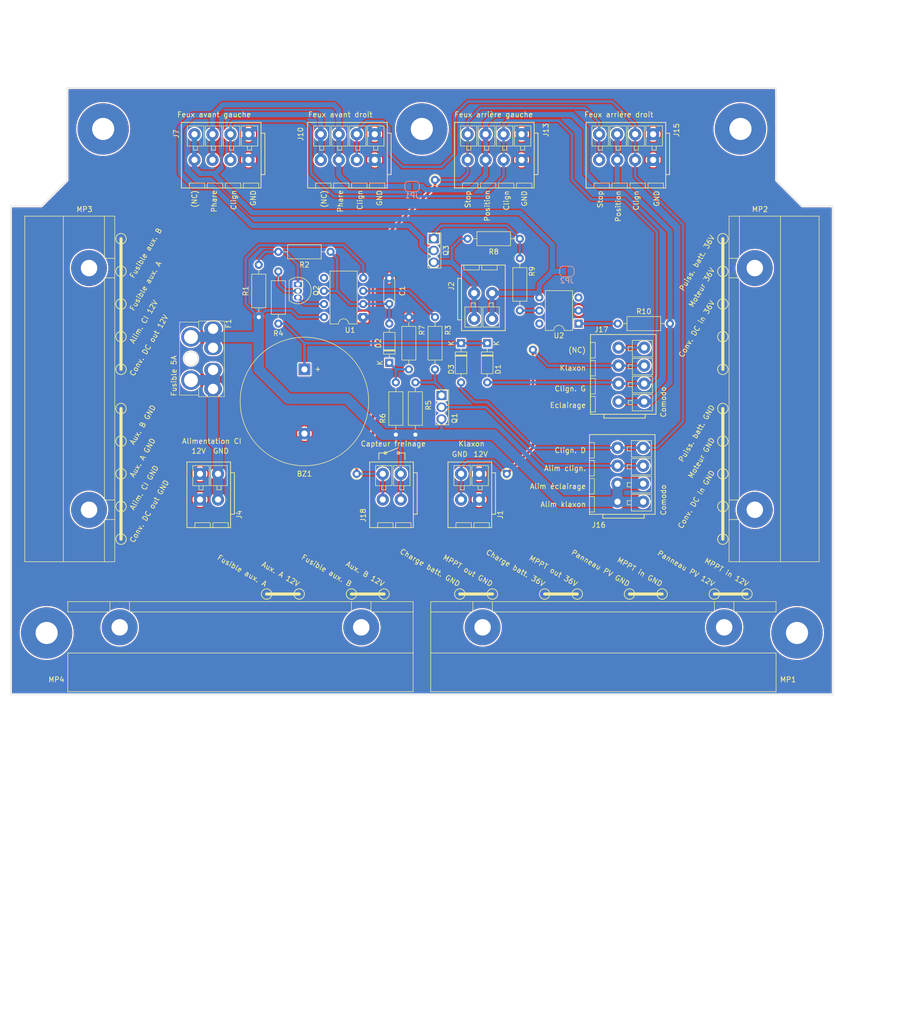
<source format=kicad_pcb>
(kicad_pcb (version 20211014) (generator pcbnew)

  (general
    (thickness 1.6)
  )

  (paper "A4")
  (layers
    (0 "F.Cu" signal)
    (31 "B.Cu" signal)
    (32 "B.Adhes" user "B.Adhesive")
    (33 "F.Adhes" user "F.Adhesive")
    (34 "B.Paste" user)
    (35 "F.Paste" user)
    (36 "B.SilkS" user "B.Silkscreen")
    (37 "F.SilkS" user "F.Silkscreen")
    (38 "B.Mask" user)
    (39 "F.Mask" user)
    (40 "Dwgs.User" user "User.Drawings")
    (41 "Cmts.User" user "User.Comments")
    (42 "Eco1.User" user "User.Eco1")
    (43 "Eco2.User" user "User.Eco2")
    (44 "Edge.Cuts" user)
    (45 "Margin" user)
    (46 "B.CrtYd" user "B.Courtyard")
    (47 "F.CrtYd" user "F.Courtyard")
    (48 "B.Fab" user)
    (49 "F.Fab" user)
    (50 "User.1" user)
    (51 "User.2" user)
    (52 "User.3" user)
    (53 "User.4" user)
    (54 "User.5" user)
    (55 "User.6" user)
    (56 "User.7" user)
    (57 "User.8" user)
    (58 "User.9" user)
  )

  (setup
    (stackup
      (layer "F.SilkS" (type "Top Silk Screen"))
      (layer "F.Paste" (type "Top Solder Paste"))
      (layer "F.Mask" (type "Top Solder Mask") (thickness 0.01))
      (layer "F.Cu" (type "copper") (thickness 0.035))
      (layer "dielectric 1" (type "core") (thickness 1.51) (material "FR4") (epsilon_r 4.5) (loss_tangent 0.02))
      (layer "B.Cu" (type "copper") (thickness 0.035))
      (layer "B.Mask" (type "Bottom Solder Mask") (thickness 0.01))
      (layer "B.Paste" (type "Bottom Solder Paste"))
      (layer "B.SilkS" (type "Bottom Silk Screen"))
      (copper_finish "None")
      (dielectric_constraints no)
    )
    (pad_to_mask_clearance 0)
    (pcbplotparams
      (layerselection 0x00010e0_ffffffff)
      (disableapertmacros false)
      (usegerberextensions false)
      (usegerberattributes true)
      (usegerberadvancedattributes true)
      (creategerberjobfile true)
      (svguseinch false)
      (svgprecision 6)
      (excludeedgelayer true)
      (plotframeref false)
      (viasonmask false)
      (mode 1)
      (useauxorigin false)
      (hpglpennumber 1)
      (hpglpenspeed 20)
      (hpglpendiameter 15.000000)
      (dxfpolygonmode true)
      (dxfimperialunits true)
      (dxfusepcbnewfont true)
      (psnegative false)
      (psa4output false)
      (plotreference true)
      (plotvalue true)
      (plotinvisibletext false)
      (sketchpadsonfab false)
      (subtractmaskfromsilk false)
      (outputformat 1)
      (mirror false)
      (drillshape 0)
      (scaleselection 1)
      (outputdirectory "")
    )
  )

  (net 0 "")
  (net 1 "GND")
  (net 2 "Net-(F1-Pad2)")
  (net 3 "Net-(D1-Pad2)")
  (net 4 "Net-(D3-Pad2)")
  (net 5 "/Phares")
  (net 6 "Net-(J13-Pad4)")
  (net 7 "Net-(J1-Pad2)")
  (net 8 "/Flasher/Out")
  (net 9 "unconnected-(J17-Pad4)")
  (net 10 "/12V_5A")
  (net 11 "Net-(Q1-Pad1)")
  (net 12 "Net-(C1-Pad1)")
  (net 13 "Net-(Q2-Pad1)")
  (net 14 "unconnected-(U1-Pad5)")
  (net 15 "Net-(Q2-Pad2)")
  (net 16 "/Flasher/Enable")
  (net 17 "Net-(Q2-Pad3)")
  (net 18 "Net-(R3-Pad1)")
  (net 19 "Net-(D2-Pad1)")
  (net 20 "Net-(J2-Pad1)")
  (net 21 "Net-(J10-Pad4)")
  (net 22 "Net-(J10-Pad3)")
  (net 23 "Net-(Q3-Pad1)")
  (net 24 "Net-(R9-Pad2)")
  (net 25 "Net-(R10-Pad1)")
  (net 26 "unconnected-(U2-Pad3)")
  (net 27 "unconnected-(U2-Pad6)")

  (footprint "circuit:Wago_221-500_SplicingConnectorHolder" (layer "F.Cu") (at 95.25 82.55 90))

  (footprint "circuit:MountingHole_5mm" (layer "F.Cu") (at 87 130))

  (footprint "circuit:Buzzer_25x16_12.5" (layer "F.Cu") (at 137.16 78.74 -90))

  (footprint "circuit:Wago_221-500_SplicingConnectorHolder" (layer "F.Cu") (at 124.714 128.905 180))

  (footprint "circuit:Generic_FuseHolder_MINI" (layer "F.Cu") (at 119.38 70.85 -90))

  (footprint "Resistor_THT:R_Axial_DIN0207_L6.3mm_D2.5mm_P10.16mm_Horizontal" (layer "F.Cu") (at 168.91 53.34))

  (footprint "circuit:TerminalBlock_Wago_2601-3102_1x02_P3.50mm_Vertical" (layer "F.Cu") (at 120.340003 104.06 180))

  (footprint "Resistor_THT:R_Axial_DIN0207_L6.3mm_D2.5mm_P10.16mm_Horizontal" (layer "F.Cu") (at 162.56 68.58 -90))

  (footprint "circuit:MountingHole_5mm" (layer "F.Cu") (at 98 32))

  (footprint "circuit:TerminalBlock_Wago_2601-3104_1x04_P3.50mm_Vertical" (layer "F.Cu") (at 179.410004 38.02 180))

  (footprint "Package_DIP:DIP-8_W7.62mm" (layer "F.Cu") (at 148.59 68.58 180))

  (footprint "circuit:Strap_D2.0mm_Drill1.0mm" (layer "F.Cu") (at 176.53 99.06))

  (footprint "circuit:TerminalBlock_Wago_2601-3104_1x04_P3.50mm_Vertical" (layer "F.Cu") (at 205.010004 38.02 180))

  (footprint "Resistor_THT:R_Axial_DIN0207_L6.3mm_D2.5mm_P10.16mm_Horizontal" (layer "F.Cu") (at 179.07 57.15 -90))

  (footprint "circuit:MountingHole_5mm" (layer "F.Cu") (at 222 32))

  (footprint "Diode_THT:D_DO-35_SOD27_P7.62mm_Horizontal" (layer "F.Cu") (at 172.72 73.66 -90))

  (footprint "Resistor_THT:R_Axial_DIN0207_L6.3mm_D2.5mm_P10.16mm_Horizontal" (layer "F.Cu") (at 198.12 69.85))

  (footprint "circuit:TO-92L_Inline" (layer "F.Cu") (at 135.89 62.23 -90))

  (footprint "circuit:TerminalBlock_Wago_2601-3104_1x04_P3.50mm_Vertical" (layer "F.Cu") (at 126.270004 38.02 180))

  (footprint "circuit:TO-251-3_Vertical" (layer "F.Cu") (at 162.32 53.34 -90))

  (footprint "Resistor_THT:R_Axial_DIN0207_L6.3mm_D2.5mm_P10.16mm_Horizontal" (layer "F.Cu") (at 157.48 78.74 90))

  (footprint "circuit:TerminalBlock_Wago_2601-3104_1x04_P3.50mm_Vertical" (layer "F.Cu") (at 198.07 104.480004 90))

  (footprint "Resistor_THT:R_Axial_DIN0207_L6.3mm_D2.5mm_P10.16mm_Horizontal" (layer "F.Cu") (at 158.75 91.44 90))

  (footprint "circuit:Wago_221-500_SplicingConnectorHolder" (layer "F.Cu") (at 224.79 82.55 -90))

  (footprint "Resistor_THT:R_Axial_DIN0207_L6.3mm_D2.5mm_P10.16mm_Horizontal" (layer "F.Cu") (at 132.08 59.69 -90))

  (footprint "circuit:MountingHole_5mm" (layer "F.Cu") (at 160 32))

  (footprint "Resistor_THT:R_Axial_DIN0207_L6.3mm_D2.5mm_P10.16mm_Horizontal" (layer "F.Cu") (at 154.94 91.44 90))

  (footprint "circuit:Strap_D2.0mm_Drill1.0mm" (layer "F.Cu") (at 147.32 99.06))

  (footprint "Resistor_THT:R_Axial_DIN0207_L6.3mm_D2.5mm_P10.16mm_Horizontal" (layer "F.Cu") (at 128.27 68.58 90))

  (footprint "Resistor_THT:R_Axial_DIN0207_L6.3mm_D2.5mm_P10.16mm_Horizontal" (layer "F.Cu") (at 132.08 55.88))

  (footprint "circuit:Strap_D2.0mm_Drill1.0mm" (layer "F.Cu") (at 181.61 74.93))

  (footprint "Package_DIP:DIP-6_W7.62mm" (layer "F.Cu") (at 190.49 69.85 180))

  (footprint "Capacitor_THT:C_Disc_D4.3mm_W1.9mm_P5.00mm" (layer "F.Cu") (at 153.67 66 90))

  (footprint "circuit:Strap_D2.0mm_Drill1.0mm" (layer "F.Cu") (at 162.56 41.91))

  (footprint "circuit:TerminalBlock_Wago_2601-3102_1x02_P3.50mm_Vertical" (layer "F.Cu") (at 170.18 63.9199))

  (footprint "Diode_THT:D_DO-35_SOD27_P7.62mm_Horizontal" (layer "F.Cu") (at 167.64 73.66 -90))

  (footprint "circuit:TerminalBlock_Wago_2601-3102_1x02_P3.50mm_Vertical" (layer "F.Cu") (at 171.140003 104.06 180))

  (footprint "circuit:Wago_221-500_SplicingConnectorHolder" (layer "F.Cu") (at 195.326 128.905 180))

  (footprint "circuit:TerminalBlock_Wago_2601-3102_1x02_P3.50mm_Vertical" (layer "F.Cu") (at 155.900003 104.06 180))

  (footprint "circuit:TerminalBlock_Wago_2601-3104_1x04_P3.50mm_Vertical" (layer "F.Cu")
    (tedit 67E5B593) (tstamp f0bb7a02-0e1b-4bf1-a79e-b4feecadb0c8)
    (at 198.2698 85.014998 90)
    (tags "Wago 2601-3104")
    (property "Sheetfile" "circuit.kicad_sch")
    (property "Sheetname" "")
    (path "/90f52f81-ab5d-4820-9fad-61f0087c4bbf")
    (attr through_hole)
    (fp_text reference "J17" (at 14.014998 -4.7698 unlocked) (layer "F.SilkS")
      (effects (font (size 1 1) (thickness 0.15)) (justify left))
      (tstamp 00f6a67c-a032-469e-9560-b139d4e1b4a7)
    )
    (fp_text value "Conn_Comodo_B" (at 4.925002 -2.9599 90 unlocked) (layer "F.Fab")
      (effects (font (size 1 1) (thickness 0.15)))
      (tstamp 4d65018e-4d1b-43c4-a8bd-5faea86df2b4)
    )
    (fp_text user "${REFERENCE}" (at -2.5 -3.5 90 unlocked) (layer "F.Fab")
      (effects (font (size 1 1) (thickness 0.15)) (justify left))
      (tstamp 382ce14f-0b78-4c2d-9fe1-67023cc607e4)
    )
    (fp_line (start 9.900004 1.9) (end 9.900004 2.7) (layer "F.SilkS") (width 0.12) (tstamp 0f81970b-f55e-4039-a8ff-40c0a07bab88))
    (fp_line (start -2.449998 -2.849999) (end -3.199999 -2.849999) (layer "F.SilkS") (width 0.1524) (tstamp 28449fbe-c83c-4caf-9302-16b9df6b395f))
    (fp_line (start 3.700004 2.7) (end 3.700004 1.9) (layer "F.SilkS") (width 0.12) (tstamp 2dc87334-fd40-4e01-9fef-3fdc57ef4547))
    (fp_line (start 11.500004 -5.5) (end 11.500004 -4.5) (layer "F.SilkS") (width 0.12) (tstamp 2de38d86-7c82-418c-99ca-14d4f0d099d3))
    (fp_line (start 8.700004 2.7) (end 11.900004 2.7) (layer "F.SilkS") (width 0.12) (tstamp 2f670aab-9e89-41fe-876d-bce239efa431))
    (fp_line (start 8.700004 6.6) (end 8.700004 2.7) (layer "F.SilkS") (width 0.12) (tstamp 355967bb-76d7-417b-99f5-a39dd20a6464))
    (fp_line (start 8.000004 -5.5) (end 8.000004 -4.5) (layer "F.SilkS") (width 0.12) (tstamp 3b15cc06-7d3c-4626-808e-cdda2174d896))
    (fp_line (start 7.200004 1.9) (end 6.400004 1.9) (layer "F.SilkS") (width 0.12) (tstamp 3d349242-813e-4b0d-b017-d7c82e86c036))
    (fp_line (start 5.200004 2.7) (end 8.400004 2.7) (layer "F.SilkS") (width 0.12) (tstamp 3f9478d4-122a-4960-956c-35916e723b41))
    (fp_line (start 8.400004 2.7) (end 8.400004 6.6) (layer "F.SilkS") (width 0.12) (tstamp 40305e0e-c9f1-49e6-9a11-38396c5aad44))
    (fp_line (start -2.449998 5.2) (end -3.199999 5.2) (layer "F.SilkS") (width 0.1524) (tstamp 4ca74f24-ecf3-4ff5-afc6-b10ba78ad56b))
    (fp_line (start 8.000004 -4.5) (end 5.000004 -4.5) (layer "F.SilkS") (width 0.12) (tstamp 4e9d9bbb-bb4b-4f71-a57a-a915249deb73))
    (fp_line (start 0.200004 1.9) (end -0.599996 1.9) (layer "F.SilkS") (width 0.12) (tstamp 518648e5-4c77-424a-b965-aef22f525c53))
    (fp_line (start 8.500004 -4.5) (end 8.500004 -5.5) (layer "F.SilkS") (width 0.12) (tstamp 5194aa52-8a01-4b48-9fe0-6f06965993f4))
    (fp_line (start 5.200004 6.6) (end 5.200004 2.7) (layer "F.SilkS") (width 0.12) (tstamp 580bcbef-c9c2-457f-8868-2dffbabb4aea))
    (fp_line (start 1.400004 6.6) (end -1.799996 6.6) (layer "F.SilkS") (width 0.12) (tstamp 67dceaff-b3ab-4673-8804-ffccf009d830))
    (fp_line (start -2.449999 7.300001) (end -2.449999 -5.449999) (layer "F.SilkS") (width 0.1524) (tstamp 6a44edfe-2ae4-4a26-af04-29021170551e))
    (fp_line (start 7.200004 2.7) (end 7.200004 1.9) (layer "F.SilkS") (width 0.12) (tstamp 6bac8064-9e5b-4360-8ae1-29dc97f679dc))
    (fp_line (start 8.400004 6.6) (end 5.200004 6.6) (layer "F.SilkS") (width 0.12) (tstamp 710a512b-7b56-4f7f-bfcb-35465a2e76f9))
    (fp_line (start -1.999996 -4.5) (end -1.999996 -5.5) (layer "F.SilkS") (width 0.12) (tstamp 76d14182-5fab-4f07-b34a-9bc7b5ea7c05))
    (fp_line (start 1.000004 -5.5) (end 1.000004 -4.5) (layer "F.SilkS") (width 0.12) (tstamp 79415c1b-cc22-4b7c-bc05-fd9d3e052059))
    (fp_line (start 11.900004 6.6) (end 8.700004 6.6) (layer "F.SilkS") (width 0.12) (tstamp 7aceb50e-cb67-4afd-9c8c-716237856cce))
    (fp_line (start 1.500004 -4.5) (end 1.500004 -5.5) (layer "F.SilkS") (width 0.12) (tstamp 7dc8afb2-47e3-4136-9ae3-dbe9b5c6384f))
    (fp_line (start 2.900004 1.9) (end 2.900004 2.7) (layer "F.SilkS") (width 0.12) (tstamp 7f0652db-34e0-4fb2-8abe-37eb1d07dc0f))
    (fp_line (start 1.000004 -4.5) (end -1.999996 -4.5) (layer "F.SilkS") (width 0.12) (tstamp 8d059e65-4e84-42b9-8a98-f1a833ba10dc))
    (fp_line (start 10.700004 2.7) (end 10.700004 1.9) (layer "F.SilkS") (width 0.12) (tstamp 91c13ed2-1035-4e8a-b348-26e573bcfce9))
    (fp_line (start 4.500004 -4.5) (end 1.500004 -4.5) (layer "F.SilkS") (width 0.12) (tstamp 922db659-b88c-4732-a911-2b45c05f13fc))
    (fp_line (start 11.500004 -4.5) (end 8.500004 -4.5) (layer "F.SilkS") (width 0.12) (tstamp 94bbdd44-f7f7-4f1f-93b7-2ab019235a58))
    (fp_line (start 4.900004 2.7) (end 4.900004 6.6) (layer "F.SilkS") (width 0.12) (tstamp 9c465d0a-3acf-44e4-926b-a8e6ae8ccd7b))
    (fp_line (start -2.449999 7.300001) (end 13.050002 7.300001) (layer "F.SilkS") (width 0.1524) (tstamp 9c8e37e8-5fb2-4bbf-bf72-b7b396f9cb47))
    (fp_line (start -0.599996 1.9) (end -0.599996 2.7) (layer "F.SilkS") (width 0.12) (tstamp 9f7adb6b-5df9-4d03-b0e6-cbdba04bf2fb))
    (fp_line (start 13.050002 -5.449999) (end 13.050002 7.300001) (layer "F.SilkS") (width 0.1524) (tstamp a02123a2-48d6-42d7-8224-1acec1028ae3))
    (fp_line (start 3.700004 1.9) (end 2.900004 1.9) (layer "F.SilkS") (width 0.12) (tstamp aa519abb-0e99-4d57-a68c-08794f0a2550))
    (fp_line (start 1.400004 2.7) (end 1.400004 6.6) (layer "F.SilkS") (width 0.12) (tstamp ac060b34-f677-47ee-900d-de2d436a0594))
    (fp_line (start -2.449999 -5.449999) (end 13.050002 -5.449999) (layer "F.SilkS") (width 0.1524) (tstamp b3d2b3b2-eee3-4354-96ae-35ebc3a7e3fd))
    (fp_line (start -1.799996 2.7) (end 1.400004 2.7) (layer "F.SilkS") (width 0.12) (tstamp b5439700-fda7-4956-b08c-8949e60f6fe5))
    (fp_line (start 4.900004 6.6) (end 1.700004 6.6) (layer "F.SilkS") (width 0.12) (tstamp bc4499ed-d675-4463-a987-f8cd58a9102c))
    (fp_line (start -1.799996 6.6) (end -1.799996 2.7) (layer "F.SilkS") (width 0.12) (tstamp d026afe8-5538-4de1-aecf-36ce48ac0de0))
    (fp_line (start 0.200004 2.7) (end 0.200004 1.9) (layer "F.SilkS") (width 0.12) (tstamp d3a2aff2-5f28-4465-9188-48602e8e75cc))
    (fp_line (start 5.000004 -4.5) (end 5.000004 -5.5) (layer "F.SilkS") (width 0.12) (tstamp d96154b3-e481-4778-addc-507db9c3272d))
    (fp_line (start 1.700004 2.7) (end 4.900004 2.7) (layer "F.SilkS") (width 0.12) (tstamp e2bdcc34-a8c3-4e8f-a2ac-f5a61abfc6ba))
    (fp_line (start 11.900004 2.7) (end 11.900004 6.6) (layer "F.SilkS") (width 0.12) (tstamp e50054c1-942f-418a-bfd7-d248cd0d4c57))
    (fp_line (start 1.700004 6.6) (end 1.700004 2.7) (layer "F.SilkS") (width 0.12) (tstamp ec0b3062-fec8-4159-b282-3c3e632ad68c))
    (fp_line (start 10.700004 1.9) (end 9.900004 1.9) (layer "F.SilkS") (width 0.12) (tstamp f149694e-4336-45f7-8a0b-aed91118ad18))
    (fp_line (start 4.500004 -5.5) (end 4.500004 -4.5) (layer "F.SilkS") (width 0.12) (tstamp f98a1b91-9aa3-4c7d-9ab6-cc42f1ef1222))
    (fp_line (start -3.199999 5.2) (end -3.199999 -2.849999) (layer "F.SilkS") (width 0.1524) (tstamp fa554101-4328-4c98-9592-c6659e0acd71))
    (fp_line (start 6.400004 1.9) (end 6.400004 2.7) (layer "F.SilkS") (width 0.12) (tstamp fbdeacd2-5f57-493f-956d-539f97abf67b))
    (fp_line (start 13.304002 7.554001) (end 13.304002 -5.703999) (layer "F.CrtYd") (width 0.1524) (tstamp 110e359e-5f88-4430-8754-51124b3f8591))
    (fp_line (start -3.453998 7.554001) (end 13.304002 7.554001) (layer "F.CrtYd") (width 0.1524) (tstamp d80c7616-7cc4-4a44-a28a-538f77882cc1))
    (fp_line (start 13.304002 -5.703999) (end -3.453998 -5.703999) (layer "F.CrtYd") (width 0.1524) (tstamp f6dd3a30-118f-450f-a0e1-e755e60c59b2))
    (fp_line (start -3.453998 -5.703999) (end -3.453998 7.554001) (layer "F.CrtYd") (width 0.1524) (tstamp ffb2a04f-519f-4d64-837d-926b42c94e96))
    (fp_line (start 5.000004 -5.5) (end 8.000004 -5.5) (layer "F.Fab") (width 0.1) (tstamp 037de9aa-a34e-4431-8769-841d7d04060a))
    (fp_line (start 4.500004 -13.5) (end 1.500004 -13.5) (layer "F.Fab") (width 0.1) (tstamp 04c74dd5-f6c8-4c9d-8c28-3b17ac54986b))
    (fp_line (start -1.999996 -5.5) (end 1.000004 -5.5) (layer "F.Fab") (width 0.1) (tstamp 0653ab69-e029-4b96-ac20-3fc5f586df4c))
    (fp_line (start 11.500004 -5.5) (end 11.500004 -13.5) (layer "F.Fab") (width 0.1) (tstamp 18a17eb6-f45e-4c15-bce2-217ce6b1e774))
    (fp_line (start 4.500004 -5.5) (end 4.500004 -13.5) (layer "F.Fab") (width 0.1) (tstamp 264d62b2-4dce-43cb-8ed6-cc9704332239))
    (fp_line (start 8.000004 -13.5) (end 5.000004 -13.5) (layer "F.Fab") (width 0.1) (tstamp 2af80b09-e4ec-4fbf-9a6a-889b6439a0cb))
    (fp_line (start 8.000004 -5.5) (end 8.000004 -13.5) (layer "F.Fab") (width 0.1) (tstamp 2c831197-3673-4a55-945e-4f3263f57df0))
    (fp_line (start 1.500004 -13.5) (end 1.500004 -5.5) (layer "F.Fab") (width 0.1) (tstamp 2f4248fc-bac1-4746-8fce-b7d7e338527c))
    (fp_line (start -3.199999 5.2) (end -3.199999 -2.849999) (layer "F.Fab") (width 0.0254) (tstamp 5d335cde-5d82-409a-94b4-460411cc13b4))
    (fp_line (start 1.500004 -5.5) (end 4.500004 -5.5) (layer "F.Fab") (width 0.1) (tstamp 624700dd-baae-4a20-a2e6-b73e4b0e622b))
    (fp_line (start -2.449999 7.300001) (end -2.449999 -5.449999) (layer "F.Fab") (width 0.0254) (tstamp 6bd49631-1768-47cd-8529-b0e9abf84fcc))
    (fp_line (start -2.449998 5.2) (end -3.199999 5.2) (layer "F.Fab") (width 0.0254) (tstamp 7727d576-9cb7-40e7-a454-bc3de6719932))
    (fp_line (start 1.000004 -13.5) (end -1.999996 -13.5) (layer "F.Fab") (width 0.1) (tstamp 8258c8e2-5f0a-41a7-a67d-d3054f44d244))
    (fp_line (start 13.050002 -5.449999) (end 13.050002 7.300001) (layer "F.Fab") (width 0.0254) (tstamp 84625814-3c34-4997-9c1c-566a30048a0f))
    (fp_line (start 5.000004 -13.5) (end 5.000004 -5.5) (layer "F.Fab") (width 0.1) (tstamp 901ecf50-b5b1-4442-9f78-15fbc62c10b5))
    (fp_line (start -1.999996 -13.5) (end -1.999996 -5.5) (layer "F.Fab") (width 0.1) (tstamp a3d65116-caf8-44db-9529-7f66d3f2b20e))
    (fp_line (start -2.449999 7.300001) (end 13.050002 7.300001) (layer "F.Fab") (width 0.0254) (tstamp b28f3137-f7d9-42eb-8fa2-54c6b8433ccd))
    (fp_line (start 8.500004 -5.5) (end 11.500004 -5.5) (layer "F.Fab") (width 0.1) (tstamp b2e36d1d-3f98-4b91-bfed-417c09bb03e1))
    (fp_line (start 8.500004 -13.5) (end 8.500004 -5.5) (layer "F.Fab") (width 0.1) (tstamp b6faa3d1-9cab-4cf0-bbf1-abc808bc9059))
    (fp_line (start -2.449998 -2.849999) (end -3.199999 -2.849999) (layer "F.Fab") (width 0.0254) (tstamp baa08606-faaa-40a4-8243-f2559d90760d))
    (fp_line (start -2.449999 -5.449999) (end 13.050002 -5.449999) (layer "F.Fab") (width 0.0254) (tstamp c4416a0d-4e3c-4c32-a29d-3eba7ddf3012))
    (fp_line (start 11.500004 -13.5) (end 8.500004 -13.5) (layer "F.Fab") (width 0.1) (tstamp d585006f-9358-47f4-9303-a822a0a26736))
    (fp_line (start 1.000004 -5.5) (end 1.000004 -13.5) (layer "F.Fab") (width 0.1) (tstamp da4d06af-2dcb-4ea0-8ec1-6de34a3ad748))
    (pad "1" thru_hole circle (at 0 0 90) (size 2.4 2.4) (drill 1.2) (layers *.Cu *.Mask)
      (net 5 "/Phares") (pinfunction "Eclairage_Out") (pintype "passive") (tstamp 52f557c6-497a-45d3-b9e2-7c54cb5ca23a))
    (pad "1" thru_hole circle (at 0 5 90) (size 2.4 2.4) (drill 1.2) (layers *.Cu *.Mask)
      (net 5 "/Phares") (pinf
... [1170253 chars truncated]
</source>
